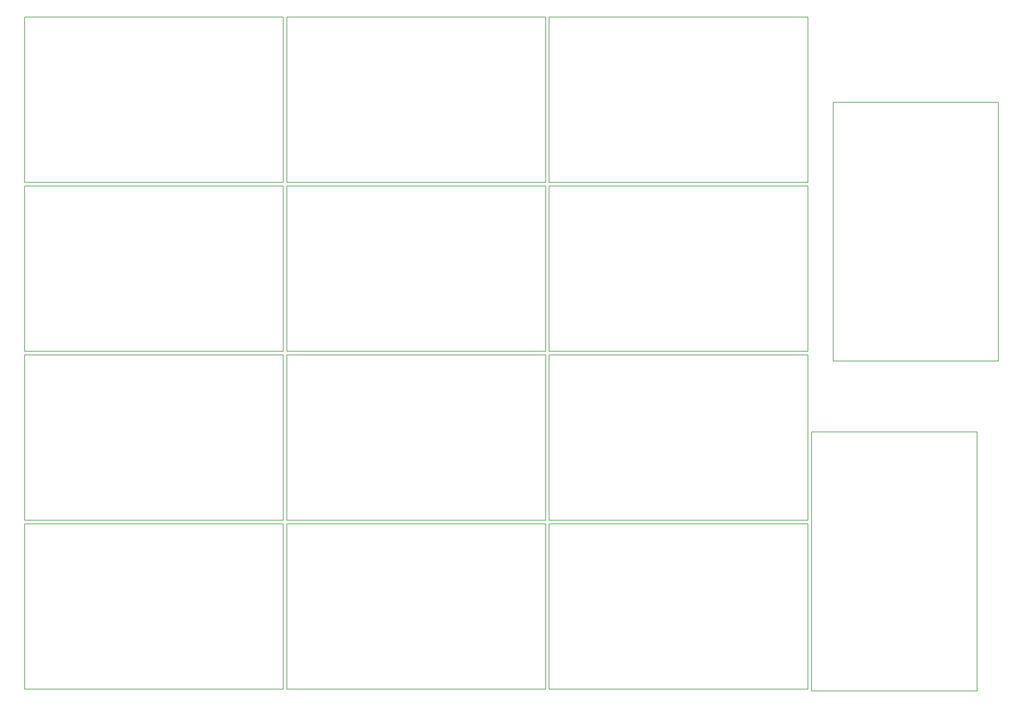
<source format=gbr>
%FSLAX34Y34*%
G04 Gerber Fmt 3.4, Leading zero omitted, Abs format*
G04 (created by PCBNEW (2013-12-18 BZR 4557)-product) date mar 24 dic 2013 13:02:53 CLST*
%MOIN*%
G01*
G70*
G90*
G04 APERTURE LIST*
%ADD10C,0.005906*%
G04 APERTURE END LIST*
G54D10*
X111909Y-41318D02*
X93996Y-41318D01*
X93996Y-41318D02*
X93996Y-12972D01*
X93996Y-12972D02*
X112106Y-12972D01*
X112106Y-12972D02*
X112106Y-41318D01*
X112106Y-41318D02*
X111909Y-41318D01*
X91220Y-22342D02*
X91220Y-40255D01*
X91220Y-40255D02*
X62874Y-40255D01*
X62874Y-40255D02*
X62874Y-22145D01*
X62874Y-22145D02*
X91220Y-22145D01*
X91220Y-22145D02*
X91220Y-22342D01*
X91220Y-40649D02*
X91220Y-40846D01*
X62874Y-40649D02*
X91220Y-40649D01*
X62874Y-58759D02*
X62874Y-40649D01*
X91220Y-58759D02*
X62874Y-58759D01*
X91220Y-40846D02*
X91220Y-58759D01*
X91220Y-3641D02*
X91220Y-3838D01*
X62874Y-3641D02*
X91220Y-3641D01*
X62874Y-21751D02*
X62874Y-3641D01*
X91220Y-21751D02*
X62874Y-21751D01*
X91220Y-3838D02*
X91220Y-21751D01*
X109744Y-77440D02*
X109547Y-77440D01*
X109744Y-49094D02*
X109744Y-77440D01*
X91633Y-49094D02*
X109744Y-49094D01*
X91633Y-77440D02*
X91633Y-49094D01*
X109547Y-77440D02*
X91633Y-77440D01*
X91220Y-59350D02*
X91220Y-77263D01*
X91220Y-77263D02*
X62874Y-77263D01*
X62874Y-77263D02*
X62874Y-59153D01*
X62874Y-59153D02*
X91220Y-59153D01*
X91220Y-59153D02*
X91220Y-59350D01*
X33740Y-59153D02*
X33740Y-59350D01*
X5393Y-59153D02*
X33740Y-59153D01*
X5393Y-77263D02*
X5393Y-59153D01*
X33740Y-77263D02*
X5393Y-77263D01*
X33740Y-59350D02*
X33740Y-77263D01*
X62480Y-59350D02*
X62480Y-77263D01*
X62480Y-77263D02*
X34133Y-77263D01*
X34133Y-77263D02*
X34133Y-59153D01*
X34133Y-59153D02*
X62480Y-59153D01*
X62480Y-59153D02*
X62480Y-59350D01*
X62480Y-22342D02*
X62480Y-40255D01*
X62480Y-40255D02*
X34133Y-40255D01*
X34133Y-40255D02*
X34133Y-22145D01*
X34133Y-22145D02*
X62480Y-22145D01*
X62480Y-22145D02*
X62480Y-22342D01*
X62480Y-40649D02*
X62480Y-40846D01*
X34133Y-40649D02*
X62480Y-40649D01*
X34133Y-58759D02*
X34133Y-40649D01*
X62480Y-58759D02*
X34133Y-58759D01*
X62480Y-40846D02*
X62480Y-58759D01*
X62480Y-3641D02*
X62480Y-3838D01*
X34133Y-3641D02*
X62480Y-3641D01*
X34133Y-21751D02*
X34133Y-3641D01*
X62480Y-21751D02*
X34133Y-21751D01*
X62480Y-3838D02*
X62480Y-21751D01*
X33740Y-3838D02*
X33740Y-21751D01*
X33740Y-21751D02*
X5393Y-21751D01*
X5393Y-21751D02*
X5393Y-3641D01*
X5393Y-3641D02*
X33740Y-3641D01*
X33740Y-3641D02*
X33740Y-3838D01*
X33740Y-40846D02*
X33740Y-58759D01*
X33740Y-58759D02*
X5393Y-58759D01*
X5393Y-58759D02*
X5393Y-40649D01*
X5393Y-40649D02*
X33740Y-40649D01*
X33740Y-40649D02*
X33740Y-40846D01*
X33740Y-22145D02*
X33740Y-22342D01*
X5393Y-22145D02*
X33740Y-22145D01*
X5393Y-40255D02*
X5393Y-22145D01*
X33740Y-40255D02*
X5393Y-40255D01*
X33740Y-22342D02*
X33740Y-40255D01*
M02*

</source>
